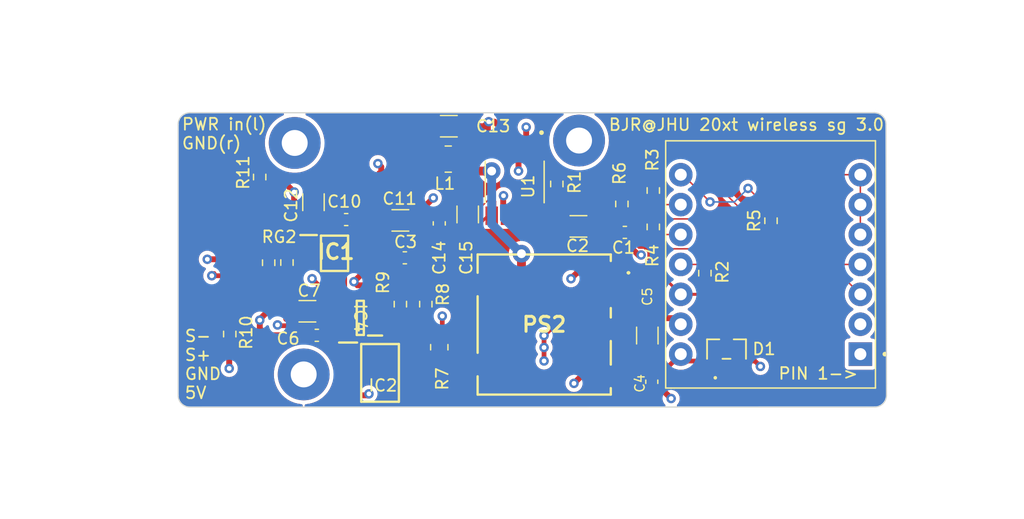
<source format=kicad_pcb>
(kicad_pcb (version 20221018) (generator pcbnew)
  (layers (0 "F.Cu" signal) (1 "In1.Cu" signal) (2 "In2.Cu" signal) (31 "B.Cu" signal) (34 "B.Paste" user) (35 "F.Paste" user) (36 "B.SilkS" user "B.Silkscreen") (37 "F.SilkS" user "F.Silkscreen") (38 "B.Mask" user) (39 "F.Mask" user) (44 "Edge.Cuts" user))
  (net 0 "")
  (net 1 "3V3")
  (net 2 "5V")
  (net 3 "ampSig")
  (net 4 "GND")
  (net 5 "Net-(J1-Pin_2)")
  (net 6 "Net-(IC4-+IN)")
  (net 7 "2.5v")
  (net 8 "Net-(PS2-+VIN_(VCC))")
  (net 14 "Net-(IC1-RG_1)")
  (net 15 "Net-(IC1-RG_2)")
  (net 16 "S+")
  (net 17 "1.25V")
  (net 20 "CS")
  (net 21 "Net-(U1-~{CS})")
  (net 22 "DIN")
  (net 23 "Net-(U1-DIN)")
  (net 24 "Net-(U1-DOUT{slash}~DRDY)")
  (net 25 "DOUT")
  (net 26 "DRDY")
  (net 27 "Net-(U1-~{DRDY})")
  (net 28 "SCLK")
  (net 29 "Net-(U1-SCLK)")
  (net 32 "S-")
  (net 33 "Net-(U3-PA8_A4_D4_SDA)")
  (net 34 "Net-(D1-K)")
  (footprint "Resistor_SMD:R_0603_1608Metric" (layer "F.Cu") (at 132.461 37.338 -90)
    (fp_text reference "R11" hide)
    (fp_text value "47k" hide)
    (pad "1" smd roundrect (at -0.825 0 270) (size 0.8 0.95) (layers "F.Cu" "F.Paste" "F.Mask") (net 4 "GND"))
    (pad "2" smd roundrect (at 0.825 0 270) (size 0.8 0.95) (layers "F.Cu" "F.Paste" "F.Mask") (net 32 "S-"))
  )
  (footprint "wireless_strain_gauge_v2:SOP65P490X110-8N" (layer "F.Cu") (at 138.811 43.815)
    (fp_text reference "IC1" (at 0.127 -0.127) (layer "F.SilkS") (effects (font (size 1.27 1.27) (thickness 0.254))))
    (fp_text value "INA821IDGKT" hide)
    (pad "1" smd rect (at -2.2 -0.975 90) (size 0.45 1.4) (layers "F.Cu" "F.Paste" "F.Mask") (net 32 "S-"))
    (pad "2" smd rect (at -2.2 -0.325 90) (size 0.45 1.4) (layers "F.Cu" "F.Paste" "F.Mask") (net 14 "Net-(IC1-RG_1)"))
    (pad "3" smd rect (at -2.2 0.325 90) (size 0.45 1.4) (layers "F.Cu" "F.Paste" "F.Mask") (net 15 "Net-(IC1-RG_2)"))
    (pad "4" smd rect (at -2.2 0.975 90) (size 0.45 1.4) (layers "F.Cu" "F.Paste" "F.Mask") (net 16 "S+"))
    (pad "5" smd rect (at 2.2 0.975 90) (size 0.45 1.4) (layers "F.Cu" "F.Paste" "F.Mask") (net 4 "GND"))
    (pad "6" smd rect (at 2.2 0.325 90) (size 0.45 1.4) (layers "F.Cu" "F.Paste" "F.Mask") (net 17 "1.25V"))
    (pad "7" smd rect (at 2.2 -0.325 90) (size 0.45 1.4) (layers "F.Cu" "F.Paste" "F.Mask") (net 3 "ampSig"))
    (pad "8" smd rect (at 2.2 -0.975 90) (size 0.45 1.4) (layers "F.Cu" "F.Paste" "F.Mask") (net 2 "5V"))
  )
  (footprint "Capacitor_SMD:C_0603_1608Metric" (layer "F.Cu") (at 144.78 44.196)
    (fp_text reference "C3" hide)
    (fp_text value "1u" hide)
    (pad "1" smd roundrect (at -0.775 0) (size 0.9 0.95) (layers "F.Cu" "F.Paste" "F.Mask") (net 4 "GND"))
    (pad "2" smd roundrect (at 0.775 0) (size 0.9 0.95) (layers "F.Cu" "F.Paste" "F.Mask") (net 6 "Net-(IC4-+IN)"))
  )
  (footprint "wireless_strain_gauge_v2:TRN11211SM" (layer "F.Cu") (at 156.605 49.866)
    (fp_text reference "PS2" (at 0 0) (layer "F.SilkS") (effects (font (size 1.27 1.27) (thickness 0.254))))
    (fp_text value "TRN_1-0511SM" hide)
    (pad "1" smd rect (at 5.32 -4.4 90) (size 1.2 2.44) (layers "F.Cu" "F.Paste" "F.Mask") (net 4 "GND"))
    (pad "2" smd rect (at 5.32 -2.4 90) (size 1.2 2.44) (layers "F.Cu" "F.Paste" "F.Mask") (net 8 "Net-(PS2-+VIN_(VCC))"))
    (pad "3" smd rect (at 5.32 0.4 90) (size 1.2 2.44) (layers "F.Cu" "F.Paste" "F.Mask") (net 2 "5V"))
    (pad "5" smd rect (at 5.32 4.4 90) (size 1.2 2.44) (layers "F.Cu" "F.Paste" "F.Mask") (net 4 "GND"))
    (pad "6" smd rect (at -5.32 -3.4 90) (size 1.2 2.44) (layers "F.Cu" "F.Paste" "F.Mask"))
    (pad "7" smd rect (at -5.32 3.4 90) (size 1.2 2.44) (layers "F.Cu" "F.Paste" "F.Mask"))
  )
  (footprint "Resistor_SMD:R_0603_1608Metric" (layer "F.Cu") (at 170.24 45.5 -90)
    (fp_text reference "R2" hide)
    (fp_text value "47" hide)
    (pad "1" smd roundrect (at -0.825 0 270) (size 0.8 0.95) (layers "F.Cu" "F.Paste" "F.Mask") (net 22 "DIN"))
    (pad "2" smd roundrect (at 0.825 0 270) (size 0.8 0.95) (layers "F.Cu" "F.Paste" "F.Mask") (net 23 "Net-(U1-DIN)"))
  )
  (footprint "Resistor_SMD:R_0603_1608Metric" (layer "F.Cu") (at 175.85 41.05 90)
    (fp_text reference "R5" (at 0 -1.43 90) (layer "F.SilkS"))
    (fp_text value "10k")
    (pad "1" smd roundrect (at -0.825 0 90) (size 0.8 0.95) (layers "F.Cu" "F.Paste" "F.Mask") (net 1 "3V3"))
    (pad "2" smd roundrect (at 0.825 0 90) (size 0.8 0.95) (layers "F.Cu" "F.Paste" "F.Mask") (net 33 "Net-(U3-PA8_A4_D4_SDA)"))
  )
  (footprint "Capacitor_SMD:C_1206_3216Metric" (layer "F.Cu") (at 136.51 48.74)
    (fp_text reference "C7" hide)
    (fp_text value "100u" hide)
    (fp_text user "${REFERENCE}" (at 0.142 -1.75) (layer "F.SilkS"))
    (pad "1" smd roundrect (at -1.475 0) (size 1.15 1.8) (layers "F.Cu" "F.Paste" "F.Mask") (roundrect_rratio 0.2173913043) (net 4 "GND"))
    (pad "2" smd roundrect (at 1.475 0) (size 1.15 1.8) (layers "F.Cu" "F.Paste" "F.Mask") (roundrect_rratio 0.2173913043) (net 2 "5V"))
  )
  (footprint "Capacitor_SMD:C_0603_1608Metric" (layer "F.Cu") (at 165.735 54.725 -90)
    (fp_text reference "C4" hide)
    (fp_text value "0.1u" hide)
    (pad "1" smd roundrect (at -0.775 0 270) (size 0.9 0.95) (layers "F.Cu" "F.Paste" "F.Mask") (net 34 "Net-(D1-K)"))
    (pad "2" smd roundrect (at 0.775 0 270) (size 0.9 0.95) (layers "F.Cu" "F.Paste" "F.Mask") (net 4 "GND"))
  )
  (footprint "peripheralio:SMD_picoblade_hori_1x04" (layer "F.Cu") (at 131.4175 48.6255 90)
    (fp_text reference "J2" hide)
    (fp_text value "Conn_01x04")
    (pad "" smd roundrect (at 0.85 -3.05 90) (size 2 2.6) (layers "F.Cu" "F.Paste" "F.Mask"))
    (pad "" smd roundrect (at 9.2 -3.05 90) (size 2 2.6) (layers "F.Cu" "F.Paste" "F.Mask"))
    (pad "1" smd roundrect (at 6.85 -0.8 90) (size 0.8 2) (layers "F.Cu" "F.Paste" "F.Mask") (net 32 "S-"))
    (pad "2" smd roundrect (at 5.6 -0.8 90) (size 0.8 2) (layers "F.Cu" "F.Paste" "F.Mask") (net 16 "S+"))
    (pad "3" smd roundrect (at 4.35 -0.8 90) (size 0.82 2) (layers "F.Cu" "F.Paste" "F.Mask") (net 4 "GND"))
    (pad "4" smd roundrect (at 3.1 -0.8 90) (size 0.8 2) (layers "F.Cu" "F.Paste" "F.Mask") (net 2 "5V"))
  )
  (footprint "Capacitor_SMD:C_1206_3216Metric" (layer "F.Cu") (at 150.114 40.513 90)
    (fp_text reference "C15" hide)
    (fp_text value "100u" hide)
    (fp_text user "${REFERENCE}" (at -3.683 -0.127 90) (layer "F.SilkS"))
    (pad "1" smd roundrect (at -1.475 0 90) (size 1.15 1.8) (layers "F.Cu" "F.Paste" "F.Mask") (roundrect_rratio 0.2173913043) (net 7 "2.5v"))
    (pad "2" smd roundrect (at 1.475 0 90) (size 1.15 1.8) (layers "F.Cu" "F.Paste" "F.Mask") (roundrect_rratio 0.2173913043) (net 4 "GND"))
  )
  (footprint "peripheralio:SMD_picoblade_hori_1x02" (layer "F.Cu") (at 138.4255 38.5805)
    (fp_text reference "J1" hide)
    (fp_text value "Conn_01x02")
    (pad "" smd roundrect (at 0.85 -3.05) (size 2 2.6) (layers "F.Cu" "F.Paste" "F.Mask"))
    (pad "" smd roundrect (at 6.6 -3.05) (size 2 2.6) (layers "F.Cu" "F.Paste" "F.Mask"))
    (pad "1" smd roundrect (at 4.35 -0.8) (size 0.8 2) (layers "F.Cu" "F.Paste" "F.Mask") (net 4 "GND"))
    (pad "2" smd roundrect (at 3.1 -0.8) (size 0.8 2) (layers "F.Cu" "F.Paste" "F.Mask") (net 5 "Net-(J1-Pin_2)"))
  )
  (footprint "Resistor_SMD:R_0603_1608Metric" (layer "F.Cu") (at 157.675 37.925 -90)
    (fp_text reference "R1" hide)
    (fp_text value "47" hide)
    (pad "1" smd roundrect (at -0.825 0 270) (size 0.8 0.95) (layers "F.Cu" "F.Paste" "F.Mask") (net 20 "CS"))
    (pad "2" smd roundrect (at 0.825 0 270) (size 0.8 0.95) (layers "F.Cu" "F.Paste" "F.Mask") (net 21 "Net-(U1-~{CS})"))
  )
  (footprint "MountingHole:MountingHole_2.2mm_M2_Pad" (layer "F.Cu") (at 159.5628 34.2392)
    (fp_text reference "H3" hide)
    (fp_text value "MountingHole" hide)
    (pad "1" thru_hole circle (at 0 0) (size 4.4 4.4) (drill 2.2) (layers "*.Cu" "*.Mask"))
  )
  (footprint "Capacitor_SMD:C_0603_1608Metric" (layer "F.Cu") (at 147.701 41.275 -90)
    (fp_text reference "C14" hide)
    (fp_text value "0.1u" hide)
    (fp_text user "${REFERENCE}" (at 2.921 0 90) (layer "F.SilkS"))
    (pad "1" smd roundrect (at -0.775 0 270) (size 0.9 0.95) (layers "F.Cu" "F.Paste" "F.Mask") (net 4 "GND"))
    (pad "2" smd roundrect (at 0.775 0 270) (size 0.9 0.95) (layers "F.Cu" "F.Paste" "F.Mask") (net 7 "2.5v"))
  )
  (footprint "Resistor_SMD:R_0603_1608Metric" (layer "F.Cu") (at 129.921 50.673 -90)
    (fp_text reference "R10" hide)
    (fp_text value "47k" hide)
    (pad "1" smd roundrect (at -0.825 0 270) (size 0.8 0.95) (layers "F.Cu" "F.Paste" "F.Mask") (net 16 "S+"))
    (pad "2" smd roundrect (at 0.825 0 270) (size 0.8 0.95) (layers "F.Cu" "F.Paste" "F.Mask") (net 4 "GND"))
  )
  (footprint "Resistor_SMD:R_0603_1608Metric" (layer "F.Cu") (at 163.195 39.624 -90)
    (fp_text reference "R6" hide)
    (fp_text value "47" hide)
    (pad "1" smd roundrect (at -0.825 0 270) (size 0.8 0.95) (layers "F.Cu" "F.Paste" "F.Mask") (net 26 "DRDY"))
    (pad "2" smd roundrect (at 0.825 0 270) (size 0.8 0.95) (layers "F.Cu" "F.Paste" "F.Mask") (net 27 "Net-(U1-~{DRDY})"))
  )
  (footprint "Capacitor_SMD:C_0603_1608Metric" (layer "F.Cu") (at 137.31 50.78 180)
    (fp_text reference "C6" hide)
    (fp_text value "0.1u" hide)
    (pad "1" smd roundrect (at -0.775 0 180) (size 0.9 0.95) (layers "F.Cu" "F.Paste" "F.Mask") (net 2 "5V"))
    (pad "2" smd roundrect (at 0.775 0 180) (size 0.9 0.95) (layers "F.Cu" "F.Paste" "F.Mask") (net 4 "GND"))
  )
  (footprint "Resistor_SMD:R_0603_1608Metric" (layer "F.Cu") (at 134.775 44.6 -90)
    (fp_text reference "RG1" hide)
    (fp_text value "43" hide)
    (pad "1" smd roundrect (at -0.825 0 270) (size 0.8 0.95) (layers "F.Cu" "F.Paste" "F.Mask") (net 14 "Net-(IC1-RG_1)"))
    (pad "2" smd roundrect (at 0.825 0 270) (size 0.8 0.95) (layers "F.Cu" "F.Paste" "F.Mask") (net 15 "Net-(IC1-RG_2)"))
  )
  (footprint "wireless_strain_gauge_v2:SOT-23-3_1P4X3P040_ONS" (layer "F.Cu") (at 172.075 51.95)
    (fp_text reference "D1" (at 3.185 -0.007 unlocked) (layer "F.SilkS"))
    (fp_text value "D_Schottky")
    (pad "1" smd rect (at -0.9525 1.016) (size 0.5588 1.3208) (layers "F.Cu" "F.Paste" "F.Mask") (net 34 "Net-(D1-K)"))
    (pad "2" smd rect (at 0.9525 1.016) (size 0.5588 1.3208) (layers "F.Cu" "F.Paste" "F.Mask") (net 2 "5V"))
    (pad "3" smd rect (at 0 -1.016) (size 0.5588 1.3208) (layers "F.Cu" "F.Paste" "F.Mask"))
  )
  (footprint "Resistor_SMD:R_0603_1608Metric" (layer "F.Cu") (at 146.558 48.133 90)
    (fp_text reference "R8" hide)
    (fp_text value "10k" hide)
    (pad "1" smd roundrect (at -0.825 0 90) (size 0.8 0.95) (layers "F.Cu" "F.Paste" "F.Mask") (net 7 "2.5v"))
    (pad "2" smd roundrect (at 0.825 0 90) (size 0.8 0.95) (layers "F.Cu" "F.Paste" "F.Mask") (net 6 "Net-(IC4-+IN)"))
  )
  (footprint "Capacitor_SMD:C_1206_3216Metric" (layer "F.Cu") (at 144.399 41.021)
    (fp_text reference "C11" (at -0.065 -1.846) (layer "F.SilkS"))
    (fp_text value "100u" hide)
    (pad "1" smd roundrect (at -1.475 0) (size 1.15 1.8) (layers "F.Cu" "F.Paste" "F.Mask") (roundrect_rratio 0.2173913043) (net 2 "5V"))
    (pad "2" smd roundrect (at 1.475 0) (size 1.15 1.8) (layers "F.Cu" "F.Paste" "F.Mask") (roundrect_rratio 0.2173913043) (net 4 "GND"))
  )
  (footprint "Resistor_SMD:R_0805_2012Metric" (layer "F.Cu") (at 147.701 51.7925 90)
    (fp_text reference "R7" (at -2.6905 0.254 90) (layer "F.SilkS"))
    (fp_text value "3.6k")
    (pad "1" smd roundrect (at -0.9125 0 90) (size 1.025 1.4) (layers "F.Cu" "F.Paste" "F.Mask") (roundrect_rratio 0.243902439) (net 7 "2.5v"))
    (pad "2" smd roundrect (at 0.9125 0 90) (size 1.025 1.4) (layers "F.Cu" "F.Paste" "F.Mask") (roundrect_rratio 0.243902439) (net 2 "5V"))
  )
  (footprint "Inductor_SMD:L_1008_2520Metric" (layer "F.Cu") (at 148.463 35.814)
    (fp_text reference "L1" hide)
    (fp_text value "4.7 uH/1.4A" hide)
    (pad "1" smd roundrect (at -1.075 0) (size 1.25 2.2) (layers "F.Cu" "F.Paste" "F.Mask") (roundrect_rratio 0.2) (net 5 "Net-(J1-Pin_2)"))
    (pad "2" smd roundrect (at 1.075 0) (size 1.25 2.2) (layers "F.Cu" "F.Paste" "F.Mask") (roundrect_rratio 0.2) (net 8 "Net-(PS2-+VIN_(VCC))"))
  )
  (footprint "Resistor_SMD:R_0603_1608Metric" (layer "F.Cu") (at 165.862 41.575 -90)
    (fp_text reference "R4" hide)
    (fp_text value "47" hide)
    (pad "1" smd roundrect (at -0.825 0 270) (size 0.8 0.95) (layers "F.Cu" "F.Paste" "F.Mask") (net 24 "Net-(U1-DOUT{slash}~DRDY)"))
    (pad "2" smd roundrect (at 0.825 0 270) (size 0.8 0.95) (layers "F.Cu" "F.Paste" "F.Mask") (net 25 "DOUT"))
  )
  (footprint "Capacitor_SMD:C_1206_3216Metric" (layer "F.Cu") (at 137.025 39.475 -90)
    (fp_text reference "C12" (at 0.276 1.897 -90) (layer "F.SilkS"))
    (fp_text value "10uF/25v" hide)
    (pad "1" smd roundrect (at -1.475 0 270) (size 1.15 1.8) (layers "F.Cu" "F.Paste" "F.Mask") (roundrect_rratio 0.2173913043) (net 5 "Net-(J1-Pin_2)"))
    (pad "2" smd roundrect (at 1.475 0 270) (size 1.15 1.8) (layers "F.Cu" "F.Paste" "F.Mask") (roundrect_rratio 0.2173913043) (net 4 "GND"))
  )
  (footprint "Resistor_SMD:R_0603_1608Metric" (layer "F.Cu") (at 133.223 44.6146 -90)
    (fp_text reference "RG2" (at -2.1966 -0.889) (layer "F.SilkS"))
    (fp_text value "43")
    (pad "1" smd roundrect (at -0.825 0 270) (size 0.8 0.95) (layers "F.Cu" "F.Paste" "F.Mask") (net 14 "Net-(IC1-RG_1)"))
    (pad "2" smd roundrect (at 0.825 0 270) (size 0.8 0.95) (layers "F.Cu" "F.Paste" "F.Mask") (net 15 "Net-(IC1-RG_2)"))
  )
  (footprint "MountingHole:MountingHole_2.2mm_M2_Pad" (layer "F.Cu") (at 136.1948 54.102)
    (fp_text reference "H2" hide)
    (fp_text value "MountingHole" hide)
    (pad "1" thru_hole circle (at 0 0) (size 4.4 4.4) (drill 2.2) (layers "*.Cu" "*.Mask"))
  )
  (footprint "Capacitor_SMD:C_0603_1608Metric" (layer "F.Cu") (at 163.449 42.037)
    (fp_text reference "C1" hide)
    (fp_text value "0.1u" hide)
    (pad "1" smd roundrect (at -0.775 0) (size 0.9 0.95) (layers "F.Cu" "F.Paste" "F.Mask") (net 4 "GND"))
    (pad "2" smd roundrect (at 0.775 0) (size 0.9 0.95) (layers "F.Cu" "F.Paste" "F.Mask") (net 1 "3V3"))
  )
  (footprint "wireless_strain_gauge_v2:MODULE_102010388" (layer "F.Cu") (at 175.8125 44.76 180)
    (fp_text reference "U3" hide)
    (fp_text value "MOUDLE-SEEEDUINO-XIAO-ESP32C3" hide)
    (pad "1" thru_hole rect (at -7.62 -7.62 180) (size 2 2) (drill 1.02) (layers "*.Cu" "*.Mask") (net 4 "GND"))
    (pad "2" thru_hole circle (at -7.62 -5.08 180) (size 2 2) (drill 1.02) (layers "*.Cu" "*.Mask") (net 4 "GND"))
    (pad "3" thru_hole circle (at -7.62 -2.54 180) (size 2 2) (drill 1.02) (layers "*.Cu" "*.Mask") (net 26 "DRDY"))
    (pad "4" thru_hole circle (at -7.62 0 180) (size 2 2) (drill 1.02) (layers "*.Cu" "*.Mask") (net 20 "CS"))
    (pad "5" thru_hole circle (at -7.62 2.54 180) (size 2 2) (drill 1.02) (layers "*.Cu" "*.Mask") (net 33 "Net-(U3-PA8_A4_D4_SDA)"))
    (pad "6" thru_hole circle (at -7.62 5.08 180) (size 2 2) (drill 1.02) (layers "*.Cu" "*.Mask") (net 33 "Net-(U3-PA8_A4_D4_SDA)"))
    (pad "7" thru_hole circle (at -7.62 7.62 180) (size 2 2) (drill 1.02) (layers "*.Cu" "*.Mask") (net 33 "Net-(U3-PA8_A4_D4_SDA)"))
    (pad "8" thru_hole circle (at 7.62 7.62 180) (size 2 2) (drill 1.02) (layers "*.Cu" "*.Mask") (net 33 "Net-(U3-PA8_A4_D4_SDA)"))
    (pad "9" thru_hole circle (at 7.62 5.08 180) (size 2 2) (drill 1.02) (layers "*.Cu" "*.Mask") (net 28 "SCLK"))
    (pad "10" thru_hole circle (at 7.62 2.54 180) (size 2 2) (drill 1.02) (layers "*.Cu" "*.Mask") (net 25 "DOUT"))
    (pad "11" thru_hole circle (at 7.62 0 180) (size 2 2) (drill 1.02) (layers "*.Cu" "*.Mask") (net 22 "DIN"))
    (pad "12" thru_hole circle (at 7.62 -2.54 180) (size 2 2) (drill 1.02) (layers "*.Cu" "*.Mask") (net 1 "3V3"))
    (pad "13" thru_hole circle (at 7.62 -5.08 180) (size 2 2) (drill 1.02) (layers "*.Cu" "*.Mask") (net 4 "GND"))
    (pad "14" thru_hole circle (at 7.62 -7.62 180) (size 2 2) (drill 1.02) (layers "*.Cu" "*.Mask") (net 34 "Net-(D1-K)"))
  )
  (footprint "wireless_strain_gauge_v2:SOIC127P599X175-8N" (layer "F.Cu") (at 142.675 53.975)
    (fp_text reference "IC2" hide)
    (fp_text value "LT1009S8#PBF" hide)
    (pad "1" smd rect (at -2.712 -1.905 90) (size 0.65 1.526) (layers "F.Cu" "F.Paste" "F.Mask"))
    (pad "2" smd rect (at -2.712 -0.635 90) (size 0.65 1.526) (layers "F.Cu" "F.Paste" "F.Mask"))
    (pad "3" smd rect (at -2.712 0.635 90) (size 0.65 1.526) (layers "F.Cu" "F.Paste" "F.Mask"))
    (pad "4" smd rect (at -2.712 1.905 90) (size 0.65 1.526) (layers "F.Cu" "F.Paste" "F.Mask") (net 4 "GND"))
    (pad "5" smd rect (at 2.712 1.905 90) (size 0.65 1.526) (layers "F.Cu" "F.Paste" "F.Mask"))
    (pad "6" smd rect (at 2.712 0.635 90) (size 0.65 1.526) (layers "F.Cu" "F.Paste" "F.Mask") (net 7 "2.5v"))
    (pad "7" smd rect (at 2.712 -0.635 90) (size 0.65 1.526) (layers "F.Cu" "F.Paste" "F.Mask"))
    (pad "8" smd rect (at 2.712 -1.905 90) (size 0.65 1.526) (layers "F.Cu" "F.Paste" "F.Mask") (net 7 "2.5v"))
  )
  (footprint "Capacitor_SMD:C_1206_3216Metric" (layer "F.Cu") (at 148.512 33.02 180)
    (fp_text reference "C13" (at -3.761 0 180) (layer "F.SilkS"))
    (fp_text value "10uF/25v")
    (pad "1" smd roundrect (at -1.475 0 180) (size 1.15 1.8) (layers "F.Cu" "F.Paste" "F.Mask") (roundrect_rratio 0.2173913043) (net 4 "GND"))
    (pad "2" smd roundrect (at 1.475 0 180) (size 1.15 1.8) (layers "F.Cu" "F.Paste" "F.Mask") (roundrect_rratio 0.2173913043) (net 8 "Net-(PS2-+VIN_(VCC))"))
  )
  (footprint "Capacitor_SMD:C_1206_3216Metric" (layer "F.Cu") (at 165.354 50.8 -90)
    (fp_text reference "C5" hide)
    (fp_text value "100u")
    (fp_text user "${REFERENCE}" (at -3.302 0 90) (layer "F.SilkS") (effects (font (size 0.8 0.8) (thickness 0.12))))
    (pad "1" smd roundrect (at -1.475 0 270) (size 1.15 1.8) (layers "F.Cu" "F.Paste" "F.Mask") (roundrect_rratio 0.2173913043) (net 4 "GND"))
    (pad "2" smd roundrect (at 1.475 0 270) (size 1.15 1.8) (layers "F.Cu" "F.Paste" "F.Mask") (roundrect_rratio 0.2173913043) (net 34 "Net-(D1-K)"))
  )
  (footprint "Capacitor_SMD:C_0603_1608Metric" (layer "F.Cu") (at 139.8 40.95)
    (fp_text reference "C10" hide)
    (fp_text value "0.1u" hide)
    (pad "1" smd roundrect (at -0.775 0) (size 0.9 0.95) (layers "F.Cu" "F.Paste" "F.Mask") (net 4 "GND"))
    (pad "2" smd roundrect (at 0.775 0) (size 0.9 0.95) (layers "F.Cu" "F.Paste" "F.Mask") (net 2 "5V"))
  )
  (footprint "Capacitor_SMD:C_1206_3216Metric" (layer "F.Cu") (at 159.512 41.529)
    (fp_text reference "C2" (at -0.077 1.651) (layer "F.SilkS"))
    (fp_text value "100u")
    (pad "1" smd roundrect (at -1.475 0) (size 1.15 1.8) (layers "F.Cu" "F.Paste" "F.Mask") (roundrect_rratio 0.2173913043) (net 1 "3V3"))
    (pad "2" smd roundrect (at 1.475 0) (size 1.15 1.8) (layers "F.Cu" "F.Paste" "F.Mask") (roundrect_rratio 0.2173913043) (net 4 "GND"))
  )
  (footprint "Resistor_SMD:R_0603_1608Metric" (layer "F.Cu") (at 165.862 38.481 90)
    (fp_text reference "R3" hide)
    (fp_text value "47" hide)
    (pad "1" smd roundrect (at -0.825 0 90) (size 0.8 0.95) (layers "F.Cu" "F.Paste" "F.Mask") (net 28 "SCLK"))
    (pad "2" smd roundrect (at 0.825 0 90) (size 0.8 0.95) (layers "F.Cu" "F.Paste" "F.Mask") (net 29 "Net-(U1-SCLK)"))
  )
  (footprint "wireless_strain_gauge_v2:SOT95P280X145-5N" (layer "F.Cu") (at 141 49.3 180)
    (fp_text reference "IC4" hide)
    (fp_text value "OPA191IDBVR" hide)
    (pad "1" smd rect (at -1.25 -0.95 270) (size 0.6 1.2) (layers "F.Cu" "F.Paste" "F.Mask") (net 17 "1.25V"))
    (pad "2" smd rect (at -1.25 0 270) (size 0.6 1.2) (layers "F.Cu" "F.Paste" "F.Mask") (net 4 "GND"))
    (pad "3" smd rect (at -1.25 0.95 270) (size 0.6 1.2) (layers "F.Cu" "F.Paste" "F.Mask") (net 6 "Net-(IC4-+IN)"))
    (pad "4" smd rect (at 1.25 0.95 270) (size 0.6 1.2) (layers "F.Cu" "F.Paste" "F.Mask") (net 17 "1.25V"))
    (pad "5" smd rect (at 1.25 -0.95 270) (size 0.6 1.2) (layers "F.Cu" "F.Paste" "F.Mask") (net 2 "5V"))
  )
  (footprint "Resistor_SMD:R_0603_1608Metric" (layer "F.Cu") (at 144.399 48.133 90)
    (fp_text reference "R9" hide)
    (fp_text value "10k" hide)
    (pad "1" smd roundrect (at -0.825 0 90) (size 0.8 0.95) (layers "F.Cu" "F.Paste" "F.Mask") (net 6 "Net-(IC4-+IN)"))
    (pad "2" smd roundrect (at 0.825 0 90) (size 0.8 0.95) (layers "F.Cu" "F.Paste" "F.Mask") (net 4 "GND"))
  )
  (footprint "wireless_strain_gauge_v2:SOP65P640X120-16N" (layer "F.Cu") (at 154.1 37.755 -90)
    (fp_text reference "U1" hide)
    (fp_text value "ADS1120IPWR" hide)
    (pad "1" smd roundrect (at -2.87 -2.275 270) (size 1.57 0.41) (layers "F.Cu" "F.Paste" "F.Mask") (roundrect_rratio 0.05) (net 29 "Net-(U1-SCLK)"))
    (pad "2" smd roundrect (at -2.87 -1.625 270) (size 1.57 0.41) (layers "F.Cu" "F.Paste" "F.Mask") (roundrect_rratio 0.05) (net 21 "Net-(U1-~{CS})"))
    (pad "3" smd roundrect (at -2.87 -0.975 270) (size 1.57 0.41) (layers "F.Cu" "F.Paste" "F.Mask") (roundrect_rratio 0.05) (net 4 "GND"))
    (pad "4" smd roundrect (at -2.87 -0.325 270) (size 1.57 0.41) (layers "F.Cu" "F.Paste" "F.Mask") (roundrect_rratio 0.05) (net 4 "GND"))
    (pad "5" smd roundrect (at -2.87 0.325 270) (size 1.57 0.41) (layers "F.Cu" "F.Paste" "F.Mask") (roundrect_rratio 0.05) (net 4 "GND"))
    (pad "6" smd roundrect (at -2.87 0.975 270) (size 1.57 0.41) (layers "F.Cu" "F.Paste" "F.Mask") (roundrect_rratio 0.05))
    (pad "7" smd roundrect (at -2.87 1.625 270) (size 1.57 0.41) (layers "F.Cu" "F.Paste" "F.Mask") (roundrect_rratio 0.05))
    (pad "8" smd roundrect (at -2.87 2.275 270) (size 1.57 0.41) (layers "F.Cu" "F.Paste" "F.Mask") (roundrect_rratio 0.05) (net 4 "GND"))
    (pad "9" smd roundrect (at 2.87 2.275 270) (size 1.57 0.41) (layers "F.Cu" "F.Paste" "F.Mask") (roundrect_rratio 0.05) (net 7 "2.5v"))
    (pad "10" smd roundrect (at 2.87 1.625 270) (size 1.57 0.41) (layers "F.Cu" "F.Paste" "F.Mask") (roundrect_rratio 0.05) (net 3 "ampSig"))
    (pad "11" smd roundrect (at 2.87 0.975 270) (size 1.57 0.41) (layers "F.Cu" "F.Paste" "F.Mask") (roundrect_rratio 0.05) (net 4 "GND"))
    (pad "12" smd roundrect (at 2.87 0.325 270) (size 1.57 0.41) (layers "F.Cu" "F.Paste" "F.Mask") (roundrect_rratio 0.05) (net 1 "3V3"))
    (pad "13" smd roundrect (at 2.87 -0.325 270) (size 1.57 0.41) (layers "F.Cu" "F.Paste" "F.Mask") (roundrect_rratio 0.05) (net 1 "3V3"))
    (pad "14" smd roundrect (at 2.87 -0.975 270) (size 1.57 0.41) (layers "F.Cu" "F.Paste" "F.Mask") (roundrect_rratio 0.05) (net 27 "Net-(U1-~{DRDY})"))
    (pad "15" smd roundrect (at 2.87 -1.625 270) (size 1.57 0.41) (layers "F.Cu" "F.Paste" "F.Mask") (roundrect_rratio 0.05) (net 24 "Net-(U1-DOUT{slash}~DRDY)"))
    (pad "16" smd roundrect (at 2.87 -2.275 270) (size 1.57 0.41) (layers "F.Cu" "F.Paste" "F.Mask") (roundrect_rratio 0.05) (net 23 "Net-(U1-DIN)"))
  )
  (footprint "MountingHole:MountingHole_2.2mm_M2_Pad" (layer "F.Cu") (at 135.4328 34.4424)
    (fp_text reference "H1" hide)
    (fp_text value "MountingHole" hide)
    (pad "1" thru_hole circle (at 0 0) (size 4.4 4.4) (drill 2.2) (layers "*.Cu" "*.Mask"))
  )
  (gr_line (start 125.5395 32.877) (end 125.5395 55.877) (stroke (width 0.1)) (layer "Edge.Cuts"))
  (gr_line (start 185.6105 32.877) (end 185.65 55.870118) (stroke (width 0.1)) (layer "Edge.Cuts"))
  (gr_arc (start 184.6105 31.877) (mid 185.317607 32.169893) (end 185.6105 32.877) (stroke (width 0.1)) (layer "Edge.Cuts"))
  (gr_arc (start 125.5395 32.877) (mid 125.832393 32.169893) (end 126.5395 31.877) (stroke (width 0.1)) (layer "Edge.Cuts"))
  (gr_line (start 126.5395 31.877) (end 184.6105 31.877) (stroke (width 0.1)) (layer "Edge.Cuts"))
  (gr_line (start 126.5395 56.877) (end 184.650118 56.870118) (stroke (width 0.1)) (layer "Edge.Cuts"))
  (gr_arc (start 126.5395 56.877) (mid 125.832393 56.584107) (end 125.5395 55.877) (stroke (width 0.1)) (layer "Edge.Cuts"))
  (gr_arc (start 185.65 55.870118) (mid 185.357148 56.577183) (end 184.650118 56.870118) (stroke (width 0.1)) (layer "Edge.Cuts"))
  (gr_text "BJR@JHU 20xt wireless sg 3.0" (at 162.0012 33.4772) (layer "F.SilkS") (effects (font (size 1 1)) (justify left bottom)))
  (gr_text "S-\nS+\nGND\n5V" (at 126.025 56.25) (layer "F.SilkS") (effects (font (size 1 1)) (justify left bottom)))
  (gr_text "IC4" (at 140.4112 48.006 -90) (layer "F.SilkS") (effects (font (size 1 1)) (justify left bottom)))
  (gr_text "PWR in(l)\nGND(r)" (at 125.7808 35.052) (layer "F.SilkS") (effects (font (size 1 1)) (justify left bottom)))
  (gr_text "R6" (at 163.576 38.1 90) (layer "F.SilkS") (effects (font (size 1 1)) (justify left bottom)))
  (gr_text "R1" (at 159.766 38.862 90) (layer "F.SilkS") (effects (font (size 1 1)) (justify left bottom)))
  (gr_text "PIN 1->" (at 176.403 54.61) (layer "F.SilkS") (effects (font (size 1 1)) (justify left bottom)))
  (gr_text "R4" (at 166.37 45.085 90) (layer "F.SilkS") (effects (font (size 1 1)) (justify left bottom)))
  (gr_text "U1" (at 155.829 39.243 90) (layer "F.SilkS") (effects (font (size 1 1)) (justify left bottom)))
  (gr_text "L1" (at 147.193 38.481) (layer "F.SilkS") (effects (font (size 1 1)) (justify left bottom)))
  (gr_text "R3" (at 166.37 36.957 90) (layer "F.SilkS") (effects (font (size 1 1)) (justify left bottom)))
  (gr_text "C1" (at 162.255 43.916) (layer "F.SilkS") (effects (font (size 1 1)) (justify left bottom)))
  (gr_text "IC2" (at 141.605 55.626) (layer "F.SilkS") (effects (font (size 1 1)) (justify left bottom)))
  (gr_text "R11" (at 131.064 36.957 90) (layer "F.SilkS") (effects (font (size 1 1))))
  (gr_text "R10" (at 131.318 50.546 90) (layer "F.SilkS") (effects (font (size 1 1))))
  (gr_text "C3" (at 143.764 43.434) (layer "F.SilkS") (effects (font (size 1 1)) (justify left bottom)))
  (gr_text "R8" (at 148.59 48.387 90) (layer "F.SilkS") (effects (font (size 1 1)) (justify left bottom)))
  (gr_text "C6" (at 134.874 51.054) (layer "F.SilkS") (effects (font (size 1 1))))
  (gr_text "C4" (at 164.719 54.864 90) (layer "F.SilkS") (effects (font (size 0.8 0.8) (thickness 0.12))))
  (gr_text "R2" (at 172.3136 46.482 90) (layer "F.SilkS") (effects (font (size 1 1)) (justify left bottom)))
  (gr_text "R9" (at 143.51 47.371 90) (layer "F.SilkS") (effects (font (size 1 1)) (justify left bottom)))
  (gr_text "C10" (at 139.6492 39.4208) (layer "F.SilkS") (effects (font (size 1 1))))
  (segment (start 168.1925 47.3) (end 170.425 47.3) (width 0.25) (layer "F.Cu") (net 1))
  (segment (start 164.224 42.037) (end 163.497 41.31) (width 0.25) (layer "F.Cu") (net 1))
  (segment (start 153.775 40.625) (end 154.425 40.625) (width 0.25) (layer "F.Cu") (net 1))
  (segment (start 161.519935 40.377) (end 159.189 40.377) (width 0.25) (layer "F.Cu") (net 1))
  (segment (start 164.224 42.037) (end 164.224 42.877064) (width 0.25) (layer "F.Cu") (net 1))
  (segment (start 164.224 42.877064) (end 164.653117 43.306181) (width 0.25) (layer "F.Cu") (net 1))
  (segment (start 154.425 41.725) (end 154.9255 42.2255) (width 0.25) (layer "F.Cu") (net 1))
  (segment (start 162.452935 41.31) (end 161.519935 40.377) (width 0.25) (layer "F.Cu") (net 1))
  (segment (start 165.481819 43.688113) (end 165.481819 44.323819) (width 0.25) (layer "F.Cu") (net 1))
  (segment (start 157.3405 42.2255) (end 158.037 41.529) (width 0.25) (layer "F.Cu") (net 1))
  (segment (start 164.653117 43.306181) (end 165.099887 43.306181) (width 0.25) (layer "F.Cu") (net 1))
  (segment (start 163.497 41.31) (end 162.452935 41.31) (width 0.25) (layer "F.Cu") (net 1))
  (segment (start 153.775 40.625) (end 153.775 41.309373) (width 0.25) (layer "F.Cu") (net 1))
  (segment (start 167.1425 45.9845) (end 167.1425 46.25) (width 0.25) (layer "F.Cu") (net 1))
  (segment (start 159.189 40.377) (end 158.037 41.529) (width 0.25) (layer "F.Cu") (net 1))
  (segment (start 154.425 40.625) (end 154.425 41.725) (width 0.25) (layer "F.Cu") (net 1))
  (segment (start 165.099887 43.306181) (end 165.481819 43.688113) (width 0.25) (layer "F.Cu") (net 1))
  (segment (start 165.481819 44.323819) (end 167.1425 45.9845) (width 0.25) (layer "F.Cu") (net 1))
  (segment (start 170.425 47.3) (end 175.85 41.875) (width 0.25) (layer "F.Cu") (net 1))
  (segment (start 167.1425 46.25) (end 168.1925 47.3) (width 0.25) (layer "F.Cu") (net 1))
  (segment (start 154.9255 42.2255) (end 157.3405 42.2255) (width 0.25) (layer "F.Cu") (net 1))
  (segment (start 138.05 44.701) (end 139.911 42.84) (width 0.4) (layer "F.Cu") (net 2))
  (segment (start 138.05 48.8) (end 138.05 44.701) (width 0.4) (layer "F.Cu") (net 2))
  (segment (start 139.911 42.84) (end 141.011 42.84) (width 0.4) (layer "F.Cu") (net 2))
  (segment (start 147.955 49.149) (end 147.955 50.626) (width 0.4) (layer "F.Cu") (net 2))
  (segment (start 140.575 40.95) (end 142.853 40.95) (width 0.4) (layer "F.Cu") (net 2))
  (segment (start 174.491 52.966) (end 174.95 53.425) (width 0.4) (layer "F.Cu") (net 2))
  (segment (start 137.985 48.74) (end 136.758 49.967) (width 0.4) (layer "F.Cu") (net 2))
  (segment (start 136.758 49.967) (end 134.042 49.967) (width 0.4) (layer "F.Cu") (net 2))
  (segment (start 147.955 50.626) (end 147.701 50.88) (width 0.4) (layer "F.Cu") (net 2))
  (segment (start 134.042 49.967) (end 133.975 49.9) (width 0.4) (layer "F.Cu") (net 2))
  (segment (start 128.397 45.72) (end 130.423 45.72) (width 0.4) (layer "F.Cu") (net 2))
  (segment (start 130.423 45.72) (end 130.6175 45.5255) (width 0.4) (layer "F.Cu") (net 2))
  (segment (start 128.397 45.72) (end 128.5915 45.5255) (width 0.4) (layer "F.Cu") (net 2))
  (segment (start 137.985 47.053) (end 136.906 45.974) (width 0.4) (layer "F.Cu") (net 2))
  (segment (start 139.75 50.25) (end 138.615 50.25) (width 0.4) (layer "F.Cu") (net 2))
  (segment (start 156.591 51.816) (end 156.591 52.959) (width 0.4) (layer "F.Cu") (net 2))
  (segment (start 156.591 50.8) (end 156.591 51.816) (width 0.4) (layer "F.Cu") (net 2))
  (segment (start 138.615 50.25) (end 138.085 50.78) (width 0.4) (layer "F.Cu") (net 2))
  (segment (start 137.985 48.74) (end 137.985 47.053) (width 0.4) (layer "F.Cu") (net 2))
  (segment (start 141.011 41.386) (end 140.575 40.95) (width 0.4) (layer "F.Cu") (net 2))
  (segment (start 173.0275 52.966) (end 174.491 52.966) (width 0.4) (layer "F.Cu") (net 2))
  (segment (start 157.125 50.266) (end 156.591 50.8) (width 0.4) (layer "F.Cu") (net 2))
  (segment (start 141.011 42.84) (end 141.011 41.386) (width 0.4) (layer "F.Cu") (net 2))
  (segment (start 161.925 50.266) (end 157.125 50.266) (width 0.4) (layer "F.Cu") (net 2))
  (segment (start 138.085 50.78) (end 138.085 48.84) (width 0.4) (layer "F.Cu") (net 2))
  (via (at 174.95 53.425) (size 0.8) (drill 0.4) (layers "F.Cu" "B.Cu") (net 2))
  (via (at 147.955 49.149) (size 0.8) (drill 0.4) (layers "F.Cu" "B.Cu") (net 2))
  (via (at 156.591 50.8) (size 0.8) (drill 0.4) (layers "F.Cu" "B.Cu") (net 2))
  (via (at 128.397 45.72) (size 0.8) (drill 0.4) (layers "F.Cu" "B.Cu") (net 2))
  (via (at 136.906 45.974) (size 0.8) (drill 0.4) (layers "F.Cu" "B.Cu") (net 2))
  (via (at 156.591 51.816) (size 0.8) (drill 0.4) (layers "F.Cu" "B.Cu") (net 2))
  (via (at 156.591 52.959) (size 0.8) (drill 0.4) (layers "F.Cu" "B.Cu") (net 2))
  (via (at 133.975 49.9) (size 0.8) (drill 0.4) (layers "F.Cu" "B.Cu") (net 2))
  (segment (start 143.002 43.18) (end 145.50216 43.18) (width 0.127) (layer "F.Cu") (net 3))
  (segment (start 151.892 39.243) (end 152.3035 39.243) (width 0.127) (layer "F.Cu") (net 3))
  (segment (start 152.3035 39.243) (end 152.475 39.4145) (width 0.127) (layer "F.Cu") (net 3))
  (segment (start 141.011 43.49) (end 142.692 43.49) (width 0.127) (layer "F.Cu") (net 3))
  (segment (start 147.45966 41.2225) (end 147.973894 41.2225) (width 0.127) (layer "F.Cu") (net 3))
  (segment (start 147.973894 41.2225) (end 148.0075 41.2225) (width 0.127) (layer "F.Cu") (net 3))
  (segment (start 147.973894 41.2225) (end 149.9125 41.2225) (width 0.127) (layer "F.Cu") (net 3))
  (segment (start 142.692 43.49) (end 143.002 43.18) (width 0.127) (layer "F.Cu") (net 3))
  (segment (start 145.50216 43.18) (end 147.45966 41.2225) (width 0.127) (layer "F.Cu") (net 3))
  (segment (start 149.9125 41.2225) (end 151.892 39.243) (width 0.127) (layer "F.Cu") (net 3))
  (segment (start 152.475 39.4145) (end 152.475 40.625) (width 0.127) (layer "F.Cu") (net 3))
  (segment (start 129.875 51.544) (end 129.921 51.498) (width 0.5) (layer "F.Cu") (net 4))
  (segment (start 133.287 36.513) (end 135.382 38.608) (width 0.5) (layer "F.Cu") (net 4))
  (segment (start 142.072 46.535) (end 141.273 47.334) (width 0.5) (layer "F.Cu") (net 4))
  (segment (start 136.575 40.95) (end 135.382 39.757) (width 0.5) (layer "F.Cu") (net 4))
  (segment (start 147.193 39.116) (end 145.874 40.435) (width 0.5) (layer "F.Cu") (net 4))
  (segment (start 139.963 55.88) (end 141.605 55.88) (width 0.5) (layer "F.Cu") (net 4))
  (segment (start 145.874 41.021) (end 146.395 40.5) (width 0.5) (layer "F.Cu") (net 4))
  (segment (start 161.925 54.266) (end 159.729 54.266) (width 0.5) (layer "F.Cu") (net 4))
  (segment (start 153.125 40.625) (end 153.125 38.95) (width 0.5) (layer "F.Cu") (net 4))
  (segment (start 140.769 46.535) (end 140.462 46.228) (width 0.5) (layer "F.Cu") (net 4))
  (segment (start 148.209 40.5) (end 148.652 40.5) (width 0.5) (layer "F.Cu") (net 4))
  (segment (start 144.399 46.101) (end 144.018 45.72) (width 0.5) (layer "F.Cu") (net 4))
  (segment (start 144.399 47.308) (end 144.399 46.101) (width 0.5) (layer "F.Cu") (net 4))
  (segment (start 161.925 45.466) (end 159.385 45.466) (width 0.5) (layer "F.Cu") (net 4))
  (segment (start 135.382 39.757) (end 135.382 38.608) (width 0.5) (layer "F.Cu") (net 4))
  (segment (start 132.461 36.513) (end 133.287 36.513) (width 0.5) (layer "F.Cu") (net 4))
  (segment (start 141.011 45.679) (end 140.462 46.228) (width 0.5) (layer "F.Cu") (net 4))
  (segment (start 148.652 40.5) (end 150.114 39.038) (width 0.5) (layer "F.Cu") (net 4))
  (segment (start 145.874 40.435) (end 145.874 41.021) (width 0.5) (layer "F.Cu") (net 4))
  (segment (start 141.4 49.3) (end 142.25 49.3) (width 0.5) (layer "F.Cu") (net 4))
  (segment (start 144.018 45.72) (end 144.018 44.209) (width 0.5) (layer "F.Cu") (net 4))
  (segment (start 142.7755 37.7805) (end 142.7755 36.4765) (width 0.5) (layer "F.Cu") (net 4))
  (segment (start 160.987 41.529) (end 161.495 42.037) (width 0.5) (layer "F.Cu") (net 4))
  (segment (start 164.595181 43.958181) (end 164.829819 43.958181) (width 0.5) (layer "F.Cu") (net 4))
  (segment (start 141.273 49.173) (end 141.4 49.3) (width 0.5) (layer "F.Cu") (net 4))
  (segment (start 146.395 40.5) (end 148.209 40.5) (width 0.5) (layer "F.Cu") (net 4))
  (segment (start 159.729 54.266) (end 159.131 54.864) (width 0.5) (layer "F.Cu") (net 4))
  (segment (start 153.775 34.02385) (end 153.775 34.885) (width 0.5) (layer "F.Cu") (net 4))
  (segment (start 130.57 44.323) (end 130.6175 44.2755) (width 0.5) (layer "F.Cu") (net 4))
  (segment (start 155.075 34.885) (end 155.075 33.1) (width 0.5) (layer "F.Cu") (net 4))
  (segment (start 141.011 44.79) (end 141.011 45.679) (width 0.5) (layer "F.Cu") (net 4))
  (segment (start 128.016 44.323) (end 128.0635 44.2755) (width 0.5) (layer "F.Cu") (net 4))
  (segment (start 167.6775 49.325) (end 168.1925 49.84) (width 0.5) (layer "F.Cu") (net 4))
  (segment (start 151.892 32.639) (end 152.39015 32.639) (width 0.5) (layer "F.Cu") (net 4))
  (segment (start 128.016 44.323) (end 130.57 44.323) (width 0.5) (layer "F.Cu") (net 4))
  (segment (start 142.7755 36.4765) (end 142.494 36.195) (width 0.5) (layer "F.Cu") (net 4))
  (segment (start 133.15 48.74) (end 135.035 48.74) (width 0.5) (layer "F.Cu") (net 4))
  (segment (start 141.605 55.88) (end 141.732 55.753) (width 0.5) (layer "F.Cu") (net 4))
  (segment (start 149.987 33.02) (end 151.511 33.02) (width 0.5) (layer "F.Cu") (net 4))
  (segment (start 136.535 50.78) (end 133.03 50.78) (width 0.5) (layer "F.Cu") (net 4))
  (segment (start 141.273 47.334) (end 141.273 49.173) (width 0.5) (layer "F.Cu") (net 4))
  (segment (start 151.511 33.02) (end 151.892 32.639) (width 0.5) (layer "F.Cu") (net 4))
  (segment (start 132.47 50.22) (end 132.47 49.493844) (width 0.5) (layer "F.Cu") (net 4))
  (segment (start 166.725 55.5) (end 167.375 56.15) (width 0.5) (layer "F.Cu") (net 4))
  (segment (start 142.072 46.535) (end 140.769 46.535) (width 0.5) (layer "F.Cu") (net 4))
  (segment (start 139.025 40.95) (end 137.025 40.95) (width 0.5) (layer "F.Cu") (net 4))
  (segment (start 159.385 45.466) (end 158.877 45.974) (width 0.5) (layer "F.Cu") (net 4))
  (segment (start 151.892 32.639) (end 151.825 32.706) (width 0.5) (layer "F.Cu") (net 4))
  (segment (start 152.39015 32.639) (end 153.775 34.02385) (width 0.5) (layer "F.Cu") (net 4))
  (segment (start 151.825 32.706) (end 151.825 34.885) (width 0.5) (layer "F.Cu") (net 4))
  (segment (start 166.725 55.5) (end 165.735 55.5) (width 0.5) (layer "F.Cu") (net 4))
  (segment (start 162.674 42.037) (end 164.595181 43.958181) (width 0.5) (layer "F.Cu") (net 4))
  (segment (start 165.354 49.325) (end 167.6775 49.325) (width 0.5) (layer "F.Cu") (net 4))
  (segment (start 161.495 42.037) (end 162.674 42.037) (width 0.5) (layer "F.Cu") (net 4))
  (segment (start 132.47 49.42) (end 133.15 48.74) (width 0.5) (layer "F.Cu") (net 4))
  (segment (start 153.125 38.95) (end 153.15 38.925) (width 0.5) (layer "F.Cu") (net 4))
  (segment (start 142.072 46.535) (end 143.203 46.535) (width 0.5) (layer "F.Cu") (net 4))
  (segment (start 132.47 49.493844) (end 132.47 49.42) (width 0.5) (layer "F.Cu") (net 4))
  (segment (start 133.03 50.78) (end 132.47 50.22) (width 0.5) (layer "F.Cu") (net 4))
  (segment (start 143.203 46.535) (end 144.018 45.72) (width 0.5) (layer "F.Cu") (net 4))
  (segment (start 129.875 53.594) (end 129.875 51.544) (width 0.5) (layer "F.Cu") (net 4))
  (segment (start 154.425 34.885) (end 154.425 36.825) (width 0.5) (layer "F.Cu") (net 4))
  (via (at 128.016 44.323) (size 0.8) (drill 0.4) (layers "F.Cu" "B.Cu") (net 4))
  (via (at 158.877 45.974) (size 0.8) (drill 0.4) (layers "F.Cu" "B.Cu") (net 4))
  (via (at 142.494 36.195) (size 0.8) (drill 0.4) (layers "F.Cu" "B.Cu") (net 4))
  (via (at 153.15 38.925) (size 0.8) (drill 0.4) (layers "F.Cu" "B.Cu") (net 4))
  (via (at 140.462 46.228) (size 0.8) (drill 0.4) (layers "F.Cu" "B.Cu") (net 4))
  (via (at 141.732 55.753) (size 0.8) (drill 0.4) (layers "F.Cu" "B.Cu") (net 4))
  (via (at 155.075 33.1) (size 0.8) (drill 0.4) (layers "F.Cu" "B.Cu") (net 4))
  (via (at 129.875 53.594) (size 0.8) (drill 0.4) (layers "F.Cu" "B.Cu") (net 4))
  (via (at 159.131 54.864) (size 0.8) (drill 0.4) (layers "F.Cu" "B.Cu") (net 4))
  (via (at 135.382 38.608) (size 0.8) (drill 0.4) (layers "F.Cu" "B.Cu") (net 4))
  (via (at 147.193 39.116) (size 0.8) (drill 0.4) (layers "F.Cu" "B.Cu") (net 4))
  (via (at 132.47 49.493844) (size 0.8) (drill 0.4) (layers "F.Cu" "B.Cu") (net 4))
  (via (at 167.375 56.15) (size 0.8) (drill 0.4) (layers "F.Cu" "B.Cu") (net 4))
  (via (at 151.892 32.639) (size 0.8) (drill 0.4) (layers "F.Cu" "B.Cu") (net 4))
  (via (at 154.425 36.825) (size 0.8) (drill 0.4) (layers "F.Cu" "B.Cu") (net 4))
  (via (at 164.829819 43.958181) (size 0.8) (drill 0.4) (layers "F.Cu" "B.Cu") (net 4))
  (segment (start 137.502 37.846) (end 137.1865 38.1615) (width 0.75) (layer "F.Cu") (net 5))
  (segment (start 141.46 37.846) (end 137.502 37.846) (width 0.75) (layer "F.Cu") (net 5))
  (segment (start 142.061001 39.497) (end 143.783314 39.497) (width 0.75) (layer "F.Cu") (net 5))
  (segment (start 141.5255 37.7805) (end 141.46 37.846) (width 0.75) (layer "F.Cu") (net 5))
  (segment (start 141.5255 37.7805) (end 141.5255 38.961499) (width 0.75) (layer "F.Cu") (net 5))
  (segment (start 137.1865 38.1615) (end 137.025 38) (width 0.127) (layer "F.Cu") (net 5))
  (segment (start 143.783314 39.497) (end 147.388 35.892314) (width 0.75) (layer "F.Cu") (net 5))
  (segment (start 141.5255 38.961499) (end 142.061001 39.497) (width 0.75) (layer "F.Cu") (net 5))
  (segment (start 147.388 35.892314) (end 147.388 35.814) (width 0.75) (layer "F.Cu") (net 5))
  (segment (start 142.25 48.35) (end 143.791 48.35) (width 0.127) (layer "F.Cu") (net 6))
  (segment (start 144.908 48.958) (end 146.558 47.308) (width 0.127) (layer "F.Cu") (net 6))
  (segment (start 144.399 48.958) (end 144.908 48.958) (width 0.127) (layer "F.Cu") (net 6))
  (segment (start 146.558 45.199) (end 145.555 44.196) (width 0.127) (layer "F.Cu") (net 6))
  (segment (start 146.558 47.308) (end 146.558 45.199) (width 0.127) (layer "F.Cu") (net 6))
  (segment (start 143.791 48.35) (end 144.399 48.958) (width 0.127) (layer "F.Cu") (net 6))
  (segment (start 146.558 48.958) (end 147.285 48.231) (width 0.25) (layer "F.Cu") (net 7))
  (segment (start 145.387 52.07) (end 145.387 50.129) (width 0.25) (layer "F.Cu") (net 7))
  (segment (start 145.825 54.61) (end 146.431 54.004) (width 0.25) (layer "F.Cu") (net 7))
  (segment (start 146.431 54.004) (end 146.431 52.832) (width 0.25) (layer "F.Cu") (net 7))
  (segment (start 145.387 50.129) (end 146.558 48.958) (width 0.25) (layer "F.Cu") (net 7))
  (segment (start 147.285 48.231) (end 147.285 44.54) (width 0.25) (layer "F.Cu") (net 7))
  (segment (start 147.447 44.378) (end 147.447 42.05) (width 0.25) (layer "F.Cu") (net 7))
  (segment (start 147.285 44.54) (end 147.447 44.378) (width 0.25) (layer "F.Cu") (net 7))
  (segment (start 146.431 53.975) (end 147.701 52.705) (width 0.25) (layer "F.Cu") (net 7))
  (segment (start 146.431 54.004) (end 146.431 53.975) (width 0.25) (layer "F.Cu") (net 7))
  (segment (start 150.446 41.988) (end 150.495 42.037) (width 0.25) (layer "F.Cu") (net 7))
  (segment (start 150.495 41.955) (end 151.825 40.625) (width 0.25) (layer "F.Cu") (net 7))
  (segment (start 150.495 42.037) (end 150.495 41.955) (width 0.25) (layer "F.Cu") (net 7))
  (segment (start 147.447 42.05) (end 150.052 42.05) (width 0.25) (layer "F.Cu") (net 7))
  (segment (start 146.431 52.832) (end 145.669 52.07) (width 0.25) (layer "F.Cu") (net 7))
  (segment (start 150.114 41.988) (end 150.446 41.988) (width 0.25) (layer "F.Cu") (net 7))
  (segment (start 150.554 36.83) (end 149.538 35.814) (width 0.75) (layer "F.Cu") (net 8))
  (segment (start 152.146 36.83) (end 150.554 36.83) (width 0.75) (layer "F.Cu") (net 8))
  (segment (start 149.538 35.521) (end 147.037 33.02) (width 0.75) (layer "F.Cu") (net 8))
  (segment (start 154.6757 45.9007) (end 156.45 47.675) (width 0.75) (layer "F.Cu") (net 8))
  (segment (start 154.6757 43.8507) (end 154.6757 45.9007) (width 0.75) (layer "F.Cu") (net 8))
  (segment (start 156.45 47.675) (end 161.716 47.675) (width 0.75) (layer "F.Cu") (net 8))
  (via (at 154.6757 43.8507) (size 1.5) (drill 0.75) (layers "F.Cu" "B.Cu") (net 8))
  (via (at 152.146 36.83) (size 1.5) (drill 0.75) (layers "F.Cu" "B.Cu") (net 8))
  (segment (start 152.146 41.321) (end 154.6757 43.8507) (width 0.75) (layer "B.Cu") (net 8))
  (segment (start 152.146 36.83) (end 152.146 41.321) (width 0.75) (layer "B.Cu") (net 8))
  (segment (start 133.223 43.7896) (end 134.7604 43.7896) (width 0.127) (layer "F.Cu") (net 14))
  (segment (start 135.06 43.49) (end 136.611 43.49) (width 0.127) (layer "F.Cu") (net 14))
  (segment (start 133.223 45.4396) (end 134.7604 45.4396) (width 0.127) (layer "F.Cu") (net 15))
  (segment (start 134.775 45.425) (end 136.06 44.14) (width 0.127) (layer "F.Cu") (net 15))
  (segment (start 132.334 43.815) (end 131.5445 43.0255) (width 0.2) (layer "F.Cu") (net 16))
  (segment (start 134.538 46.863) (end 136.611 44.79) (width 0.2) (layer "F.Cu") (net 16))
  (segment (start 132.461 46.914) (end 132.334 46.787) (width 0.2) (layer "F.Cu") (net 16))
  (segment (start 132.512 46.863) (end 134.538 46.863) (width 0.2) (layer "F.Cu") (net 16))
  (segment (start 131.5445 43.0255) (end 131.3795 43.0255) (width 0.2) (layer "F.Cu") (net 16))
  (segment (start 129.9 49.475) (end 132.461 46.914) (width 0.2) (layer "F.Cu") (net 16))
  (segment (start 132.461 46.914) (end 132.512 46.863) (width 0.2) (layer "F.Cu") (net 16))
  (segment (start 132.334 46.787) (end 132.334 43.815) (width 0.2) (layer "F.Cu") (net 16))
  (segment (start 140.061 44.14) (end 141.011 44.14) (width 0.25) (layer "F.Cu") (net 17))
  (segment (start 139.75 44.451) (end 140.061 44.14) (width 0.25) (layer "F.Cu") (net 17))
  (segment (start 139.75 48.9) (end 139.75 48.35) (width 0.25) (layer "F.Cu") (net 17))
  (segment (start 139.75 48.35) (end 139.75 44.451) (width 0.25) (layer "F.Cu") (net 17))
  (segment (start 142.25 50.25) (end 141.1 50.25) (width 0.25) (layer "F.Cu") (net 17))
  (segment (start 141.1 50.25) (end 139.75 48.9) (width 0.25) (layer "F.Cu") (net 17))
  (segment (start 157.945 36.83) (end 166.243 36.83) (width 0.127) (layer "F.Cu") (net 20))
  (segment (start 177.85 40.875) (end 181.735 44.76) (width 0.127) (layer "F.Cu") (net 20))
  (segment (start 181.735 44.76) (end 183.4325 44.76) (width 0.127) (layer "F.Cu") (net 20))
  (segment (start 167.386 35.687) (end 168.912 35.687) (width 0.127) (layer "F.Cu") (net 20))
  (segment (start 168.912 35.687) (end 174.1 40.875) (width 0.127) (layer "F.Cu") (net 20))
  (segment (start 166.243 36.83) (end 167.386 35.687) (width 0.127) (layer "F.Cu") (net 20))
  (segment (start 174.1 40.875) (end 177.85 40.875) (width 0.127) (layer "F.Cu") (net 20))
  (segment (start 155.725 34.885) (end 155.725 36.80921) (width 0.127) (layer "F.Cu") (net 21))
  (segment (start 155.725 36.80921) (end 157.66579 38.75) (width 0.127) (layer "F.Cu") (net 21))
  (segment (start 168.1925 44.76) (end 170.155 44.76) (width 0.127) (layer "F.Cu") (net 22))
  (segment (start 171.704 44.069) (end 171.704 44.861) (width 0.127) (layer "F.Cu") (net 23))
  (segment (start 164.8645 40.938375) (end 164.8645 42.5635) (width 0.127) (layer "F.Cu") (net 23))
  (segment (start 164.8645 42.5635) (end 165.735 43.434) (width 0.127) (layer "F.Cu") (net 23))
  (segment (start 157.249 39.751) (end 163.677125 39.751) (width 0.127) (layer "F.Cu") (net 23))
  (segment (start 171.069 43.434) (end 165.735 43.434) (width 0.127) (layer "F.Cu") (net 23))
  (segment (start 156.375 40.625) (end 157.249 39.751) (width 0.127) (layer "F.Cu") (net 23))
  (segment (start 163.677125 39.751) (end 164.8645 40.938375) (width 0.127) (layer "F.Cu") (net 23))
  (segment (start 171.069 43.434) (end 171.704 44.069) (width 0.127) (layer "F.Cu") (net 23))
  (segment (start 171.704 44.861) (end 170.24 46.325) (width 0.127) (layer "F.Cu") (net 23))
  (segment (start 163.886 38.029) (end 164.338 38.481) (width 0.127) (layer "F.Cu") (net 24))
  (segment (start 164.338 39.37) (end 165.718 40.75) (width 0.127) (layer "F.Cu") (net 24))
  (segment (start 164.338 38.481) (end 164.338 39.37) (width 0.127) (layer "F.Cu") (net 24))
  (segment (start 159.50875 38.029) (end 163.886 38.029) (width 0.127) (layer "F.Cu") (net 24))
  (segment (start 156.377601 39.375) (end 158.16275 39.375) (width 0.127) (layer "F.Cu") (net 24))
  (segment (start 155.725 40.027601) (end 156.377601 39.375) (width 0.127) (layer "F.Cu") (net 24))
  (segment (start 158.16275 39.375) (end 159.50875 38.029) (width 0.127) (layer "F.Cu") (net 24))
  (segment (start 166.042 42.22) (end 168.1925 42.22) (width 0.127) (layer "F.Cu") (net 25))
  (segment (start 173.99479 41.129) (end 173.75979 40.894) (width 0.127) (layer "F.Cu") (net 26))
  (segment (start 177.2615 41.129) (end 173.99479 41.129) (width 0.127) (layer "F.Cu") (net 26))
  (segment (start 173.75979 40.894) (end 167.132 40.894) (width 0.127) (layer "F.Cu") (net 26))
  (segment (start 167.132 40.894) (end 166.497 41.529) (width 0.127) (layer "F.Cu") (net 26))
  (segment (start 165.1185 41.2935) (end 165.1185 40.7225) (width 0.127) (layer "F.Cu") (net 26))
  (segment (start 183.4325 47.3) (end 177.2615 41.129) (width 0.127) (layer "F.Cu") (net 26))
  (segment (start 166.497 41.529) (end 165.354 41.529) (width 0.127) (layer "F.Cu") (net 26))
  (segment (start 165.354 41.529) (end 165.1185 41.2935) (width 0.127) (layer "F.Cu") (net 26))
  (segment (start 165.1185 40.7225) (end 163.195 38.799) (width 0.127) (layer "F.Cu") (net 26))
  (segment (start 157.1545 40.813539) (end 157.963039 40.005) (width 0.127) (layer "F.Cu") (net 27))
  (segment (start 156.845 41.91) (end 157.1545 41.6005) (width 0.127) (layer "F.Cu") (net 27))
  (segment (start 157.963039 40.005) (end 162.751 40.005) (width 0.127) (layer "F.Cu") (net 27))
  (segment (start 162.751 40.005) (end 163.195 40.449) (width 0.127) (layer "F.Cu") (net 27))
  (segment (start 157.1545 41.6005) (end 157.1545 40.813539) (width 0.127) (layer "F.Cu") (net 27))
  (segment (start 155.075 41.222399) (end 155.762601 41.91) (width 0.127) (layer "F.Cu") (net 27))
  (segment (start 155.762601 41.91) (end 156.845 41.91) (width 0.127) (layer "F.Cu") (net 27))
  (segment (start 166.236 39.68) (end 168.1925 39.68) (width 0.127) (layer "F.Cu") (net 28))
  (segment (start 165.862 39.306) (end 166.236 39.68) (width 0.127) (layer "F.Cu") (net 28))
  (segment (start 156.375 37.1) (end 156.983 37.708) (width 0.127) (layer "F.Cu") (net 29))
  (segment (start 156.375 37.1) (end 156.375 34.885) (width 0.127) (layer "F.Cu") (net 29))
  (segment (start 156.983 37.708) (end 165.81 37.708) (width 0.127) (layer "F.Cu") (net 29))
  (segment (start 132.461 38.163) (end 132.461 38.69) (width 0.2) (layer "F.Cu") (net 32))
  (segment (start 132.461 38.69) (end 136.611 42.84) (width 0.2) (layer "F.Cu") (net 32))
  (segment (start 130.6175 41.7755) (end 132.461 39.932) (width 0.2) (layer "F.Cu") (net 32))
  (segment (start 132.461 39.932) (end 132.461 38.163) (width 0.2) (layer "F.Cu") (net 32))
  (segment (start 175.85 40.225) (end 173.925 38.3) (width 0.127) (layer "F.Cu") (net 33))
  (segment (start 170.675 39.45) (end 168.365 37.14) (width 0.127) (layer "F.Cu") (net 33))
  (segment (start 183.4325 39.68) (end 183.4325 42.22) (width 0.127) (layer "F.Cu") (net 33))
  (segment (start 175.85 40.225) (end 178.935 37.14) (width 0.127) (layer "F.Cu") (net 33))
  (segment (start 183.4325 37.14) (end 183.4325 39.68) (width 0.127) (layer "F.Cu") (net 33))
  (segment (start 178.935 37.14) (end 183.4325 37.14) (width 0.127) (layer "F.Cu") (net 33))
  (segment (start 173.925 38.3) (end 173.9 38.3) (width 0.127) (layer "F.Cu") (net 33))
  (via (at 170.675 39.45) (size 0.8) (drill 0.4) (layers "F.Cu" "B.Cu") (net 33))
  (via (at 173.9 38.3) (size 0.8) (drill 0.4) (layers "F.Cu" "B.Cu") (net 33))
  (segment (start 172.75 39.45) (end 170.675 39.45) (width 0.127) (layer "B.Cu") (net 33))
  (segment (start 173.9 38.3) (end 172.75 39.45) (width 0.127) (layer "B.Cu") (net 33))
  (segment (start 165.735 52.656) (end 165.354 52.275) (width 0.4) (layer "F.Cu") (net 34))
  (segment (start 171.1225 52.966) (end 168.7785 52.966) (width 0.4) (layer "F.Cu") (net 34))
  (segment (start 165.735 53.95) (end 165.735 52.656) (width 0.4) (layer "F.Cu") (net 34))
  (segment (start 166.6225 53.95) (end 165.735 53.95) (width 0.4) (layer "F.Cu") (net 34))
  (segment (start 166.6225 53.95) (end 168.1925 52.38) (width 0.4) (layer "F.Cu") (net 34))
  (segment (start 168.7785 52.966) (end 168.1925 52.38) (width 0.4) (layer "F.Cu") (net 34))
  (zone (net 0) (net_name "") (layer "F.Cu") (name "top traces") (connect_pads (clearance 0.33)) (min_thickness 0.25) (fill yes (thermal_gap 0.5) (thermal_bridge_width 0.5) (island_removal_mode 1) (island_area_min 10))
    (polygon (pts (xy 121.0564 28.0924) (xy 189.975 28.325) (xy 190.35 59.5) (xy 118.725 58.625)))
  )
  (zone (net 0) (net_name "") (layer "B.Cu") (name "bottom traces") (priority 1) (connect_pads (clearance 0.33)) (min_thickness 0.25) (fill yes (thermal_gap 0.5) (thermal_bridge_width 0.5) (island_removal_mode 1) (island_area_min 10))
    (polygon (pts (xy 116.95 22.75) (xy 197.025 22.3) (xy 197.325 66.375) (xy 110.425 63.525)))
  )
)
</source>
